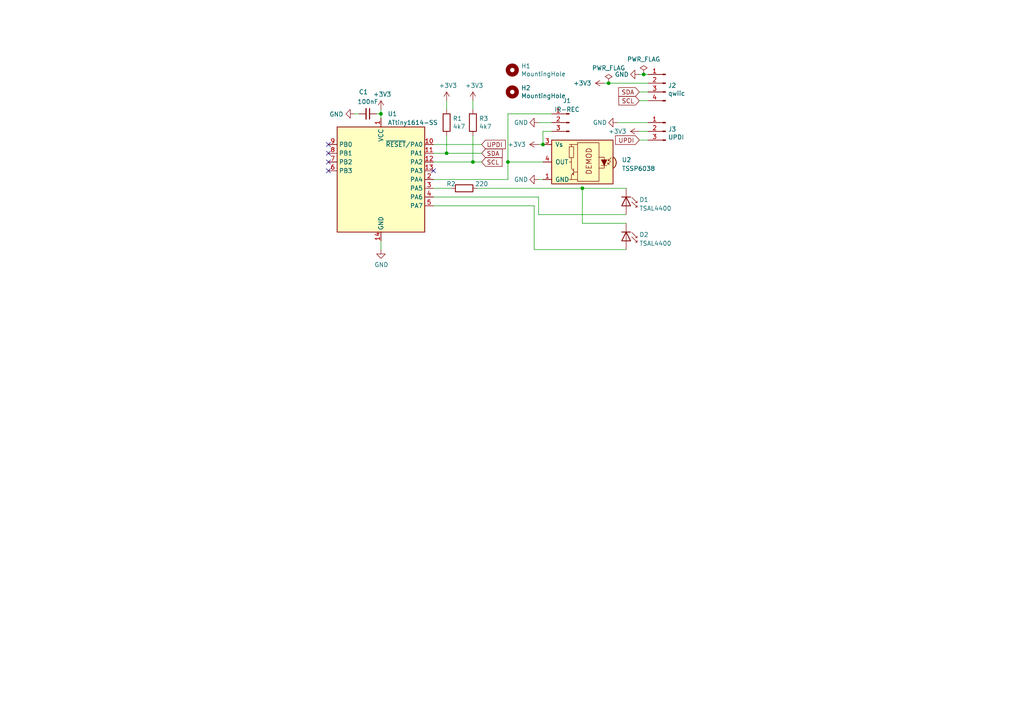
<source format=kicad_sch>
(kicad_sch (version 20230121) (generator eeschema)

  (uuid ff1cffc4-9bfe-429d-a937-598850c99930)

  (paper "A4")

  (lib_symbols
    (symbol "Connector:Conn_01x03_Pin" (pin_names (offset 1.016) hide) (in_bom yes) (on_board yes)
      (property "Reference" "J" (at 0 5.08 0)
        (effects (font (size 1.27 1.27)))
      )
      (property "Value" "Conn_01x03_Pin" (at 0 -5.08 0)
        (effects (font (size 1.27 1.27)))
      )
      (property "Footprint" "" (at 0 0 0)
        (effects (font (size 1.27 1.27)) hide)
      )
      (property "Datasheet" "~" (at 0 0 0)
        (effects (font (size 1.27 1.27)) hide)
      )
      (property "ki_locked" "" (at 0 0 0)
        (effects (font (size 1.27 1.27)))
      )
      (property "ki_keywords" "connector" (at 0 0 0)
        (effects (font (size 1.27 1.27)) hide)
      )
      (property "ki_description" "Generic connector, single row, 01x03, script generated" (at 0 0 0)
        (effects (font (size 1.27 1.27)) hide)
      )
      (property "ki_fp_filters" "Connector*:*_1x??_*" (at 0 0 0)
        (effects (font (size 1.27 1.27)) hide)
      )
      (symbol "Conn_01x03_Pin_1_1"
        (polyline
          (pts
            (xy 1.27 -2.54)
            (xy 0.8636 -2.54)
          )
          (stroke (width 0.1524) (type default))
          (fill (type none))
        )
        (polyline
          (pts
            (xy 1.27 0)
            (xy 0.8636 0)
          )
          (stroke (width 0.1524) (type default))
          (fill (type none))
        )
        (polyline
          (pts
            (xy 1.27 2.54)
            (xy 0.8636 2.54)
          )
          (stroke (width 0.1524) (type default))
          (fill (type none))
        )
        (rectangle (start 0.8636 -2.413) (end 0 -2.667)
          (stroke (width 0.1524) (type default))
          (fill (type outline))
        )
        (rectangle (start 0.8636 0.127) (end 0 -0.127)
          (stroke (width 0.1524) (type default))
          (fill (type outline))
        )
        (rectangle (start 0.8636 2.667) (end 0 2.413)
          (stroke (width 0.1524) (type default))
          (fill (type outline))
        )
        (pin passive line (at 5.08 2.54 180) (length 3.81)
          (name "Pin_1" (effects (font (size 1.27 1.27))))
          (number "1" (effects (font (size 1.27 1.27))))
        )
        (pin passive line (at 5.08 0 180) (length 3.81)
          (name "Pin_2" (effects (font (size 1.27 1.27))))
          (number "2" (effects (font (size 1.27 1.27))))
        )
        (pin passive line (at 5.08 -2.54 180) (length 3.81)
          (name "Pin_3" (effects (font (size 1.27 1.27))))
          (number "3" (effects (font (size 1.27 1.27))))
        )
      )
    )
    (symbol "Device:C_Small" (pin_numbers hide) (pin_names (offset 0.254) hide) (in_bom yes) (on_board yes)
      (property "Reference" "C" (at 0.254 1.778 0)
        (effects (font (size 1.27 1.27)) (justify left))
      )
      (property "Value" "C_Small" (at 0.254 -2.032 0)
        (effects (font (size 1.27 1.27)) (justify left))
      )
      (property "Footprint" "" (at 0 0 0)
        (effects (font (size 1.27 1.27)) hide)
      )
      (property "Datasheet" "~" (at 0 0 0)
        (effects (font (size 1.27 1.27)) hide)
      )
      (property "ki_keywords" "capacitor cap" (at 0 0 0)
        (effects (font (size 1.27 1.27)) hide)
      )
      (property "ki_description" "Unpolarized capacitor, small symbol" (at 0 0 0)
        (effects (font (size 1.27 1.27)) hide)
      )
      (property "ki_fp_filters" "C_*" (at 0 0 0)
        (effects (font (size 1.27 1.27)) hide)
      )
      (symbol "C_Small_0_1"
        (polyline
          (pts
            (xy -1.524 -0.508)
            (xy 1.524 -0.508)
          )
          (stroke (width 0.3302) (type default))
          (fill (type none))
        )
        (polyline
          (pts
            (xy -1.524 0.508)
            (xy 1.524 0.508)
          )
          (stroke (width 0.3048) (type default))
          (fill (type none))
        )
      )
      (symbol "C_Small_1_1"
        (pin passive line (at 0 2.54 270) (length 2.032)
          (name "~" (effects (font (size 1.27 1.27))))
          (number "1" (effects (font (size 1.27 1.27))))
        )
        (pin passive line (at 0 -2.54 90) (length 2.032)
          (name "~" (effects (font (size 1.27 1.27))))
          (number "2" (effects (font (size 1.27 1.27))))
        )
      )
    )
    (symbol "Device:R" (pin_numbers hide) (pin_names (offset 0)) (in_bom yes) (on_board yes)
      (property "Reference" "R" (at 2.032 0 90)
        (effects (font (size 1.27 1.27)))
      )
      (property "Value" "R" (at 0 0 90)
        (effects (font (size 1.27 1.27)))
      )
      (property "Footprint" "" (at -1.778 0 90)
        (effects (font (size 1.27 1.27)) hide)
      )
      (property "Datasheet" "~" (at 0 0 0)
        (effects (font (size 1.27 1.27)) hide)
      )
      (property "ki_keywords" "R res resistor" (at 0 0 0)
        (effects (font (size 1.27 1.27)) hide)
      )
      (property "ki_description" "Resistor" (at 0 0 0)
        (effects (font (size 1.27 1.27)) hide)
      )
      (property "ki_fp_filters" "R_*" (at 0 0 0)
        (effects (font (size 1.27 1.27)) hide)
      )
      (symbol "R_0_1"
        (rectangle (start -1.016 -2.54) (end 1.016 2.54)
          (stroke (width 0.254) (type default))
          (fill (type none))
        )
      )
      (symbol "R_1_1"
        (pin passive line (at 0 3.81 270) (length 1.27)
          (name "~" (effects (font (size 1.27 1.27))))
          (number "1" (effects (font (size 1.27 1.27))))
        )
        (pin passive line (at 0 -3.81 90) (length 1.27)
          (name "~" (effects (font (size 1.27 1.27))))
          (number "2" (effects (font (size 1.27 1.27))))
        )
      )
    )
    (symbol "LED:TSAL4400" (pin_numbers hide) (pin_names (offset 1.016) hide) (in_bom yes) (on_board yes)
      (property "Reference" "D" (at 0.508 1.778 0)
        (effects (font (size 1.27 1.27)) (justify left))
      )
      (property "Value" "TSAL4400" (at -1.016 -2.794 0)
        (effects (font (size 1.27 1.27)))
      )
      (property "Footprint" "LED_THT:LED_D3.0mm_IRBlack" (at 0 4.445 0)
        (effects (font (size 1.27 1.27)) hide)
      )
      (property "Datasheet" "http://www.vishay.com/docs/81006/tsal4400.pdf" (at -1.27 0 0)
        (effects (font (size 1.27 1.27)) hide)
      )
      (property "ki_keywords" "opto IR LED" (at 0 0 0)
        (effects (font (size 1.27 1.27)) hide)
      )
      (property "ki_description" "Infrared LED , 3mm LED package" (at 0 0 0)
        (effects (font (size 1.27 1.27)) hide)
      )
      (property "ki_fp_filters" "LED*3.0mm*IRBlack*" (at 0 0 0)
        (effects (font (size 1.27 1.27)) hide)
      )
      (symbol "TSAL4400_0_1"
        (polyline
          (pts
            (xy -2.54 1.27)
            (xy -2.54 -1.27)
          )
          (stroke (width 0.254) (type default))
          (fill (type none))
        )
        (polyline
          (pts
            (xy 0 0)
            (xy -2.54 0)
          )
          (stroke (width 0) (type default))
          (fill (type none))
        )
        (polyline
          (pts
            (xy 0.381 3.175)
            (xy -0.127 3.175)
          )
          (stroke (width 0) (type default))
          (fill (type none))
        )
        (polyline
          (pts
            (xy -1.143 1.651)
            (xy 0.381 3.175)
            (xy 0.381 2.667)
          )
          (stroke (width 0) (type default))
          (fill (type none))
        )
        (polyline
          (pts
            (xy 0 1.27)
            (xy -2.54 0)
            (xy 0 -1.27)
            (xy 0 1.27)
          )
          (stroke (width 0.254) (type default))
          (fill (type none))
        )
        (polyline
          (pts
            (xy -2.413 1.651)
            (xy -0.889 3.175)
            (xy -0.889 2.667)
            (xy -0.889 3.175)
            (xy -1.397 3.175)
          )
          (stroke (width 0) (type default))
          (fill (type none))
        )
      )
      (symbol "TSAL4400_1_1"
        (pin passive line (at -5.08 0 0) (length 2.54)
          (name "K" (effects (font (size 1.27 1.27))))
          (number "1" (effects (font (size 1.27 1.27))))
        )
        (pin passive line (at 2.54 0 180) (length 2.54)
          (name "A" (effects (font (size 1.27 1.27))))
          (number "2" (effects (font (size 1.27 1.27))))
        )
      )
    )
    (symbol "MCU_Microchip_ATtiny:ATtiny1614-SS" (in_bom yes) (on_board yes)
      (property "Reference" "U" (at -12.7 16.51 0)
        (effects (font (size 1.27 1.27)) (justify left bottom))
      )
      (property "Value" "ATtiny1614-SS" (at 2.54 -16.51 0)
        (effects (font (size 1.27 1.27)) (justify left top))
      )
      (property "Footprint" "Package_SO:SOIC-14_3.9x8.7mm_P1.27mm" (at 0 0 0)
        (effects (font (size 1.27 1.27) italic) hide)
      )
      (property "Datasheet" "http://ww1.microchip.com/downloads/en/DeviceDoc/ATtiny1614-data-sheet-40001995A.pdf" (at 0 0 0)
        (effects (font (size 1.27 1.27)) hide)
      )
      (property "ki_keywords" "AVR 8bit Microcontroller tinyAVR" (at 0 0 0)
        (effects (font (size 1.27 1.27)) hide)
      )
      (property "ki_description" "20MHz, 16kB Flash, 2kB SRAM, 256B EEPROM, SOIC-14" (at 0 0 0)
        (effects (font (size 1.27 1.27)) hide)
      )
      (property "ki_fp_filters" "SOIC*3.9x8.7mm*P1.27mm*" (at 0 0 0)
        (effects (font (size 1.27 1.27)) hide)
      )
      (symbol "ATtiny1614-SS_0_1"
        (rectangle (start -12.7 -15.24) (end 12.7 15.24)
          (stroke (width 0.254) (type default))
          (fill (type background))
        )
      )
      (symbol "ATtiny1614-SS_1_1"
        (pin power_in line (at 0 17.78 270) (length 2.54)
          (name "VCC" (effects (font (size 1.27 1.27))))
          (number "1" (effects (font (size 1.27 1.27))))
        )
        (pin bidirectional line (at 15.24 10.16 180) (length 2.54)
          (name "~{RESET}/PA0" (effects (font (size 1.27 1.27))))
          (number "10" (effects (font (size 1.27 1.27))))
        )
        (pin bidirectional line (at 15.24 7.62 180) (length 2.54)
          (name "PA1" (effects (font (size 1.27 1.27))))
          (number "11" (effects (font (size 1.27 1.27))))
        )
        (pin bidirectional line (at 15.24 5.08 180) (length 2.54)
          (name "PA2" (effects (font (size 1.27 1.27))))
          (number "12" (effects (font (size 1.27 1.27))))
        )
        (pin bidirectional line (at 15.24 2.54 180) (length 2.54)
          (name "PA3" (effects (font (size 1.27 1.27))))
          (number "13" (effects (font (size 1.27 1.27))))
        )
        (pin power_in line (at 0 -17.78 90) (length 2.54)
          (name "GND" (effects (font (size 1.27 1.27))))
          (number "14" (effects (font (size 1.27 1.27))))
        )
        (pin bidirectional line (at 15.24 0 180) (length 2.54)
          (name "PA4" (effects (font (size 1.27 1.27))))
          (number "2" (effects (font (size 1.27 1.27))))
        )
        (pin bidirectional line (at 15.24 -2.54 180) (length 2.54)
          (name "PA5" (effects (font (size 1.27 1.27))))
          (number "3" (effects (font (size 1.27 1.27))))
        )
        (pin bidirectional line (at 15.24 -5.08 180) (length 2.54)
          (name "PA6" (effects (font (size 1.27 1.27))))
          (number "4" (effects (font (size 1.27 1.27))))
        )
        (pin bidirectional line (at 15.24 -7.62 180) (length 2.54)
          (name "PA7" (effects (font (size 1.27 1.27))))
          (number "5" (effects (font (size 1.27 1.27))))
        )
        (pin bidirectional line (at -15.24 2.54 0) (length 2.54)
          (name "PB3" (effects (font (size 1.27 1.27))))
          (number "6" (effects (font (size 1.27 1.27))))
        )
        (pin bidirectional line (at -15.24 5.08 0) (length 2.54)
          (name "PB2" (effects (font (size 1.27 1.27))))
          (number "7" (effects (font (size 1.27 1.27))))
        )
        (pin bidirectional line (at -15.24 7.62 0) (length 2.54)
          (name "PB1" (effects (font (size 1.27 1.27))))
          (number "8" (effects (font (size 1.27 1.27))))
        )
        (pin bidirectional line (at -15.24 10.16 0) (length 2.54)
          (name "PB0" (effects (font (size 1.27 1.27))))
          (number "9" (effects (font (size 1.27 1.27))))
        )
      )
    )
    (symbol "Mechanical:MountingHole" (pin_names (offset 1.016)) (in_bom yes) (on_board yes)
      (property "Reference" "H" (at 0 5.08 0)
        (effects (font (size 1.27 1.27)))
      )
      (property "Value" "MountingHole" (at 0 3.175 0)
        (effects (font (size 1.27 1.27)))
      )
      (property "Footprint" "" (at 0 0 0)
        (effects (font (size 1.27 1.27)) hide)
      )
      (property "Datasheet" "~" (at 0 0 0)
        (effects (font (size 1.27 1.27)) hide)
      )
      (property "ki_keywords" "mounting hole" (at 0 0 0)
        (effects (font (size 1.27 1.27)) hide)
      )
      (property "ki_description" "Mounting Hole without connection" (at 0 0 0)
        (effects (font (size 1.27 1.27)) hide)
      )
      (property "ki_fp_filters" "MountingHole*" (at 0 0 0)
        (effects (font (size 1.27 1.27)) hide)
      )
      (symbol "MountingHole_0_1"
        (circle (center 0 0) (radius 1.27)
          (stroke (width 1.27) (type default))
          (fill (type none))
        )
      )
    )
    (symbol "opto-counter-rescue:+3.3V-power" (power) (pin_names (offset 0)) (in_bom yes) (on_board yes)
      (property "Reference" "#PWR" (at 0 -3.81 0)
        (effects (font (size 1.27 1.27)) hide)
      )
      (property "Value" "+3.3V-power" (at 0 3.556 0)
        (effects (font (size 1.27 1.27)))
      )
      (property "Footprint" "" (at 0 0 0)
        (effects (font (size 1.27 1.27)) hide)
      )
      (property "Datasheet" "" (at 0 0 0)
        (effects (font (size 1.27 1.27)) hide)
      )
      (symbol "+3.3V-power_0_1"
        (polyline
          (pts
            (xy -0.762 1.27)
            (xy 0 2.54)
          )
          (stroke (width 0) (type solid))
          (fill (type none))
        )
        (polyline
          (pts
            (xy 0 0)
            (xy 0 2.54)
          )
          (stroke (width 0) (type solid))
          (fill (type none))
        )
        (polyline
          (pts
            (xy 0 2.54)
            (xy 0.762 1.27)
          )
          (stroke (width 0) (type solid))
          (fill (type none))
        )
      )
      (symbol "+3.3V-power_1_1"
        (pin power_in line (at 0 0 90) (length 0) hide
          (name "+3V3" (effects (font (size 1.27 1.27))))
          (number "1" (effects (font (size 1.27 1.27))))
        )
      )
    )
    (symbol "opto-counter-rescue:Conn_01x03_Male-Connector" (pin_names (offset 1.016) hide) (in_bom yes) (on_board yes)
      (property "Reference" "J" (at 0 5.08 0)
        (effects (font (size 1.27 1.27)))
      )
      (property "Value" "Connector_Conn_01x03_Male" (at 0 -5.08 0)
        (effects (font (size 1.27 1.27)))
      )
      (property "Footprint" "" (at 0 0 0)
        (effects (font (size 1.27 1.27)) hide)
      )
      (property "Datasheet" "" (at 0 0 0)
        (effects (font (size 1.27 1.27)) hide)
      )
      (property "ki_fp_filters" "Connector*:*_1x??_*" (at 0 0 0)
        (effects (font (size 1.27 1.27)) hide)
      )
      (symbol "Conn_01x03_Male-Connector_1_1"
        (polyline
          (pts
            (xy 1.27 -2.54)
            (xy 0.8636 -2.54)
          )
          (stroke (width 0.1524) (type solid))
          (fill (type none))
        )
        (polyline
          (pts
            (xy 1.27 0)
            (xy 0.8636 0)
          )
          (stroke (width 0.1524) (type solid))
          (fill (type none))
        )
        (polyline
          (pts
            (xy 1.27 2.54)
            (xy 0.8636 2.54)
          )
          (stroke (width 0.1524) (type solid))
          (fill (type none))
        )
        (rectangle (start 0.8636 -2.413) (end 0 -2.667)
          (stroke (width 0.1524) (type solid))
          (fill (type outline))
        )
        (rectangle (start 0.8636 0.127) (end 0 -0.127)
          (stroke (width 0.1524) (type solid))
          (fill (type outline))
        )
        (rectangle (start 0.8636 2.667) (end 0 2.413)
          (stroke (width 0.1524) (type solid))
          (fill (type outline))
        )
        (pin passive line (at 5.08 2.54 180) (length 3.81)
          (name "Pin_1" (effects (font (size 1.27 1.27))))
          (number "1" (effects (font (size 1.27 1.27))))
        )
        (pin passive line (at 5.08 0 180) (length 3.81)
          (name "Pin_2" (effects (font (size 1.27 1.27))))
          (number "2" (effects (font (size 1.27 1.27))))
        )
        (pin passive line (at 5.08 -2.54 180) (length 3.81)
          (name "Pin_3" (effects (font (size 1.27 1.27))))
          (number "3" (effects (font (size 1.27 1.27))))
        )
      )
    )
    (symbol "opto-counter-rescue:Conn_01x04_Male-Connector" (pin_names (offset 1.016) hide) (in_bom yes) (on_board yes)
      (property "Reference" "J" (at 0 5.08 0)
        (effects (font (size 1.27 1.27)))
      )
      (property "Value" "Connector_Conn_01x04_Male" (at 0 -7.62 0)
        (effects (font (size 1.27 1.27)))
      )
      (property "Footprint" "" (at 0 0 0)
        (effects (font (size 1.27 1.27)) hide)
      )
      (property "Datasheet" "" (at 0 0 0)
        (effects (font (size 1.27 1.27)) hide)
      )
      (property "ki_fp_filters" "Connector*:*_1x??_*" (at 0 0 0)
        (effects (font (size 1.27 1.27)) hide)
      )
      (symbol "Conn_01x04_Male-Connector_1_1"
        (polyline
          (pts
            (xy 1.27 -5.08)
            (xy 0.8636 -5.08)
          )
          (stroke (width 0.1524) (type solid))
          (fill (type none))
        )
        (polyline
          (pts
            (xy 1.27 -2.54)
            (xy 0.8636 -2.54)
          )
          (stroke (width 0.1524) (type solid))
          (fill (type none))
        )
        (polyline
          (pts
            (xy 1.27 0)
            (xy 0.8636 0)
          )
          (stroke (width 0.1524) (type solid))
          (fill (type none))
        )
        (polyline
          (pts
            (xy 1.27 2.54)
            (xy 0.8636 2.54)
          )
          (stroke (width 0.1524) (type solid))
          (fill (type none))
        )
        (rectangle (start 0.8636 -4.953) (end 0 -5.207)
          (stroke (width 0.1524) (type solid))
          (fill (type outline))
        )
        (rectangle (start 0.8636 -2.413) (end 0 -2.667)
          (stroke (width 0.1524) (type solid))
          (fill (type outline))
        )
        (rectangle (start 0.8636 0.127) (end 0 -0.127)
          (stroke (width 0.1524) (type solid))
          (fill (type outline))
        )
        (rectangle (start 0.8636 2.667) (end 0 2.413)
          (stroke (width 0.1524) (type solid))
          (fill (type outline))
        )
        (pin passive line (at 5.08 2.54 180) (length 3.81)
          (name "Pin_1" (effects (font (size 1.27 1.27))))
          (number "1" (effects (font (size 1.27 1.27))))
        )
        (pin passive line (at 5.08 0 180) (length 3.81)
          (name "Pin_2" (effects (font (size 1.27 1.27))))
          (number "2" (effects (font (size 1.27 1.27))))
        )
        (pin passive line (at 5.08 -2.54 180) (length 3.81)
          (name "Pin_3" (effects (font (size 1.27 1.27))))
          (number "3" (effects (font (size 1.27 1.27))))
        )
        (pin passive line (at 5.08 -5.08 180) (length 3.81)
          (name "Pin_4" (effects (font (size 1.27 1.27))))
          (number "4" (effects (font (size 1.27 1.27))))
        )
      )
    )
    (symbol "opto-counter:TSSP6038" (pin_names (offset 1.016)) (in_bom yes) (on_board yes)
      (property "Reference" "U" (at -10.16 7.62 0)
        (effects (font (size 1.27 1.27)) (justify left))
      )
      (property "Value" "TSSP6038" (at -10.16 -7.62 0)
        (effects (font (size 1.27 1.27)) (justify left))
      )
      (property "Footprint" "opto-counter:TSS60xx" (at -1.27 -9.525 0)
        (effects (font (size 1.27 1.27)) hide)
      )
      (property "Datasheet" "https://www.vishay.com/docs/82483/tssp60.pdf" (at 16.51 7.62 0)
        (effects (font (size 1.27 1.27)) hide)
      )
      (property "ki_keywords" "opto IR receiver" (at 0 0 0)
        (effects (font (size 1.27 1.27)) hide)
      )
      (property "ki_description" "Photo Modules for PCM Remote Control Systems" (at 0 0 0)
        (effects (font (size 1.27 1.27)) hide)
      )
      (property "ki_fp_filters" "Vishay*MINICAST*" (at 0 0 0)
        (effects (font (size 1.27 1.27)) hide)
      )
      (symbol "TSSP6038_0_0"
        (arc (start -10.287 1.397) (mid -11.0899 -0.1852) (end -10.287 -1.778)
          (stroke (width 0.254) (type default))
          (fill (type background))
        )
        (polyline
          (pts
            (xy 1.905 -5.08)
            (xy 0.127 -5.08)
          )
          (stroke (width 0) (type default))
          (fill (type none))
        )
        (polyline
          (pts
            (xy 1.905 5.08)
            (xy 0.127 5.08)
          )
          (stroke (width 0) (type default))
          (fill (type none))
        )
        (text "DEMOD" (at -3.175 0.254 900)
          (effects (font (size 1.524 1.524)))
        )
      )
      (symbol "TSSP6038_0_1"
        (rectangle (start -6.096 5.588) (end 0.127 -5.588)
          (stroke (width 0) (type default))
          (fill (type none))
        )
        (polyline
          (pts
            (xy -8.763 0.381)
            (xy -9.652 1.27)
          )
          (stroke (width 0) (type default))
          (fill (type none))
        )
        (polyline
          (pts
            (xy -8.763 0.381)
            (xy -9.271 0.381)
          )
          (stroke (width 0) (type default))
          (fill (type none))
        )
        (polyline
          (pts
            (xy -8.763 0.381)
            (xy -8.763 0.889)
          )
          (stroke (width 0) (type default))
          (fill (type none))
        )
        (polyline
          (pts
            (xy -8.636 -0.635)
            (xy -9.525 0.254)
          )
          (stroke (width 0) (type default))
          (fill (type none))
        )
        (polyline
          (pts
            (xy -8.636 -0.635)
            (xy -9.144 -0.635)
          )
          (stroke (width 0) (type default))
          (fill (type none))
        )
        (polyline
          (pts
            (xy -8.636 -0.635)
            (xy -8.636 -0.127)
          )
          (stroke (width 0) (type default))
          (fill (type none))
        )
        (polyline
          (pts
            (xy -8.382 -1.016)
            (xy -6.731 -1.016)
          )
          (stroke (width 0) (type default))
          (fill (type none))
        )
        (polyline
          (pts
            (xy 1.27 -2.921)
            (xy 0.127 -2.921)
          )
          (stroke (width 0) (type default))
          (fill (type none))
        )
        (polyline
          (pts
            (xy 1.27 -1.905)
            (xy 1.27 -3.81)
          )
          (stroke (width 0) (type default))
          (fill (type none))
        )
        (polyline
          (pts
            (xy 1.397 -3.556)
            (xy 1.524 -3.556)
          )
          (stroke (width 0) (type default))
          (fill (type none))
        )
        (polyline
          (pts
            (xy 1.651 -3.556)
            (xy 1.524 -3.556)
          )
          (stroke (width 0) (type default))
          (fill (type none))
        )
        (polyline
          (pts
            (xy 1.651 -3.556)
            (xy 1.651 -3.302)
          )
          (stroke (width 0) (type default))
          (fill (type none))
        )
        (polyline
          (pts
            (xy 1.905 0)
            (xy 1.905 1.27)
          )
          (stroke (width 0) (type default))
          (fill (type none))
        )
        (polyline
          (pts
            (xy 1.905 4.445)
            (xy 1.905 5.08)
            (xy 2.54 5.08)
          )
          (stroke (width 0) (type default))
          (fill (type none))
        )
        (polyline
          (pts
            (xy -8.382 0.635)
            (xy -6.731 0.635)
            (xy -7.62 -1.016)
            (xy -8.382 0.635)
          )
          (stroke (width 0) (type default))
          (fill (type outline))
        )
        (polyline
          (pts
            (xy -6.096 1.397)
            (xy -7.62 1.397)
            (xy -7.62 -1.778)
            (xy -6.096 -1.778)
          )
          (stroke (width 0) (type default))
          (fill (type none))
        )
        (polyline
          (pts
            (xy 1.27 -3.175)
            (xy 1.905 -3.81)
            (xy 1.905 -5.08)
            (xy 2.54 -5.08)
          )
          (stroke (width 0) (type default))
          (fill (type none))
        )
        (polyline
          (pts
            (xy 1.27 -2.54)
            (xy 1.905 -1.905)
            (xy 1.905 0)
            (xy 2.54 0)
          )
          (stroke (width 0) (type default))
          (fill (type none))
        )
        (rectangle (start 2.54 1.27) (end 1.27 4.445)
          (stroke (width 0) (type default))
          (fill (type none))
        )
        (rectangle (start 7.62 6.35) (end -10.16 -6.35)
          (stroke (width 0.254) (type default))
          (fill (type background))
        )
      )
      (symbol "TSSP6038_1_1"
        (pin power_in line (at 10.16 -5.08 180) (length 2.54)
          (name "GND" (effects (font (size 1.27 1.27))))
          (number "1" (effects (font (size 1.27 1.27))))
        )
        (pin no_connect line (at 2.54 -7.62 90) (length 1.27) hide
          (name "" (effects (font (size 1.27 1.27))))
          (number "2" (effects (font (size 1.27 1.27))))
        )
        (pin power_in line (at 10.16 5.08 180) (length 2.54)
          (name "Vs" (effects (font (size 1.27 1.27))))
          (number "3" (effects (font (size 1.27 1.27))))
        )
        (pin output line (at 10.16 0 180) (length 2.54)
          (name "OUT" (effects (font (size 1.27 1.27))))
          (number "4" (effects (font (size 1.27 1.27))))
        )
      )
    )
    (symbol "power:GND" (power) (pin_names (offset 0)) (in_bom yes) (on_board yes)
      (property "Reference" "#PWR" (at 0 -6.35 0)
        (effects (font (size 1.27 1.27)) hide)
      )
      (property "Value" "GND" (at 0 -3.81 0)
        (effects (font (size 1.27 1.27)))
      )
      (property "Footprint" "" (at 0 0 0)
        (effects (font (size 1.27 1.27)) hide)
      )
      (property "Datasheet" "" (at 0 0 0)
        (effects (font (size 1.27 1.27)) hide)
      )
      (property "ki_keywords" "global power" (at 0 0 0)
        (effects (font (size 1.27 1.27)) hide)
      )
      (property "ki_description" "Power symbol creates a global label with name \"GND\" , ground" (at 0 0 0)
        (effects (font (size 1.27 1.27)) hide)
      )
      (symbol "GND_0_1"
        (polyline
          (pts
            (xy 0 0)
            (xy 0 -1.27)
            (xy 1.27 -1.27)
            (xy 0 -2.54)
            (xy -1.27 -1.27)
            (xy 0 -1.27)
          )
          (stroke (width 0) (type default))
          (fill (type none))
        )
      )
      (symbol "GND_1_1"
        (pin power_in line (at 0 0 270) (length 0) hide
          (name "GND" (effects (font (size 1.27 1.27))))
          (number "1" (effects (font (size 1.27 1.27))))
        )
      )
    )
    (symbol "power:PWR_FLAG" (power) (pin_numbers hide) (pin_names (offset 0) hide) (in_bom yes) (on_board yes)
      (property "Reference" "#FLG" (at 0 1.905 0)
        (effects (font (size 1.27 1.27)) hide)
      )
      (property "Value" "PWR_FLAG" (at 0 3.81 0)
        (effects (font (size 1.27 1.27)))
      )
      (property "Footprint" "" (at 0 0 0)
        (effects (font (size 1.27 1.27)) hide)
      )
      (property "Datasheet" "~" (at 0 0 0)
        (effects (font (size 1.27 1.27)) hide)
      )
      (property "ki_keywords" "flag power" (at 0 0 0)
        (effects (font (size 1.27 1.27)) hide)
      )
      (property "ki_description" "Special symbol for telling ERC where power comes from" (at 0 0 0)
        (effects (font (size 1.27 1.27)) hide)
      )
      (symbol "PWR_FLAG_0_0"
        (pin power_out line (at 0 0 90) (length 0)
          (name "pwr" (effects (font (size 1.27 1.27))))
          (number "1" (effects (font (size 1.27 1.27))))
        )
      )
      (symbol "PWR_FLAG_0_1"
        (polyline
          (pts
            (xy 0 0)
            (xy 0 1.27)
            (xy -1.016 1.905)
            (xy 0 2.54)
            (xy 1.016 1.905)
            (xy 0 1.27)
          )
          (stroke (width 0) (type default))
          (fill (type none))
        )
      )
    )
  )


  (junction (at 157.48 41.91) (diameter 0) (color 0 0 0 0)
    (uuid 08289596-7750-4170-9812-c983986fe333)
  )
  (junction (at 176.53 24.13) (diameter 0) (color 0 0 0 0)
    (uuid 0e03bb88-c855-455f-869c-67ca1cee0f61)
  )
  (junction (at 186.69 21.59) (diameter 0) (color 0 0 0 0)
    (uuid 29c3e879-e99f-4086-9a91-96d5ce1625d4)
  )
  (junction (at 137.16 46.99) (diameter 0) (color 0 0 0 0)
    (uuid 2f97e247-e951-4a71-be51-ba613f5cba57)
  )
  (junction (at 147.32 46.99) (diameter 0) (color 0 0 0 0)
    (uuid 94eb98fe-4ad8-4446-91a5-6d28e7b2dc7e)
  )
  (junction (at 129.54 44.45) (diameter 0) (color 0 0 0 0)
    (uuid e3f357ee-ce6b-4fe2-a18c-76b93ce6c4d5)
  )
  (junction (at 110.49 33.02) (diameter 0) (color 0 0 0 0)
    (uuid eff4569d-3eac-472c-b7b2-440a7547f5e7)
  )
  (junction (at 168.91 54.61) (diameter 0) (color 0 0 0 0)
    (uuid fa26118e-c6e7-48fe-8983-dee974d48c0a)
  )

  (no_connect (at 95.25 49.53) (uuid 0f0d0653-9cbd-4a04-8889-019f8afb2774))
  (no_connect (at 95.25 46.99) (uuid 82ed0486-296f-4a50-864d-6c7983a1d3fb))
  (no_connect (at 95.25 41.91) (uuid dc7b2f86-e531-417d-8b28-def3ba1468da))
  (no_connect (at 125.73 49.53) (uuid f45053cd-2867-4127-916c-3f5b841eb6ba))
  (no_connect (at 95.25 44.45) (uuid fb673585-cf98-418d-a569-d7acb08f0387))

  (wire (pts (xy 179.07 35.56) (xy 187.96 35.56))
    (stroke (width 0) (type default))
    (uuid 02155547-b967-4fd6-82fe-2f9c9d4abc44)
  )
  (wire (pts (xy 160.02 38.1) (xy 157.48 38.1))
    (stroke (width 0) (type default))
    (uuid 0ca26b68-edf0-4011-94fc-8c363fbf4b49)
  )
  (wire (pts (xy 181.61 64.77) (xy 168.91 64.77))
    (stroke (width 0) (type default))
    (uuid 135b4da0-59ea-4d7e-ad66-181c58c2fc6b)
  )
  (wire (pts (xy 176.53 24.13) (xy 187.96 24.13))
    (stroke (width 0) (type default))
    (uuid 135f9fd1-0e19-4beb-8630-9b89c4a24e7f)
  )
  (wire (pts (xy 129.54 44.45) (xy 125.73 44.45))
    (stroke (width 0) (type default))
    (uuid 23d218b6-a452-4893-b03c-f3886af51756)
  )
  (wire (pts (xy 147.32 46.99) (xy 157.48 46.99))
    (stroke (width 0) (type default))
    (uuid 2ac3258f-2323-477e-8dc8-dc73074ff896)
  )
  (wire (pts (xy 125.73 59.69) (xy 154.94 59.69))
    (stroke (width 0) (type default))
    (uuid 32518b9a-5e3e-48fe-8cc7-7b729d7bac71)
  )
  (wire (pts (xy 156.21 41.91) (xy 157.48 41.91))
    (stroke (width 0) (type default))
    (uuid 42614260-47c1-470e-9ca6-e4cfd94fca57)
  )
  (wire (pts (xy 129.54 44.45) (xy 139.7 44.45))
    (stroke (width 0) (type default))
    (uuid 453c0c97-ab9e-4c31-9ed1-66d4841b478c)
  )
  (wire (pts (xy 110.49 72.39) (xy 110.49 69.85))
    (stroke (width 0) (type default))
    (uuid 49abaf1b-bc60-432d-b045-2d6b37f7cbea)
  )
  (wire (pts (xy 137.16 46.99) (xy 125.73 46.99))
    (stroke (width 0) (type default))
    (uuid 503f9aae-6ae1-4489-b6c6-7d8096356562)
  )
  (wire (pts (xy 157.48 38.1) (xy 157.48 41.91))
    (stroke (width 0) (type default))
    (uuid 550fefd3-246c-414b-823f-fc4cdac59ffb)
  )
  (wire (pts (xy 129.54 39.37) (xy 129.54 44.45))
    (stroke (width 0) (type default))
    (uuid 567008ad-0eed-4868-b552-6818127c94cd)
  )
  (wire (pts (xy 125.73 57.15) (xy 156.21 57.15))
    (stroke (width 0) (type default))
    (uuid 5dc20da4-a959-49ef-99af-78c7bea67791)
  )
  (wire (pts (xy 185.42 21.59) (xy 186.69 21.59))
    (stroke (width 0) (type default))
    (uuid 6061f182-ea93-4387-8673-91af7e9e782d)
  )
  (wire (pts (xy 156.21 52.07) (xy 157.48 52.07))
    (stroke (width 0) (type default))
    (uuid 612129b8-69bb-48f5-95fd-f042a385b762)
  )
  (wire (pts (xy 154.94 72.39) (xy 181.61 72.39))
    (stroke (width 0) (type default))
    (uuid 64282ef1-dac1-4cbb-910f-25b660b37484)
  )
  (wire (pts (xy 147.32 52.07) (xy 147.32 46.99))
    (stroke (width 0) (type default))
    (uuid 695e1cc8-ee59-40a3-afd3-ae87aab836fc)
  )
  (wire (pts (xy 138.43 54.61) (xy 168.91 54.61))
    (stroke (width 0) (type default))
    (uuid 69ebd8bc-81fa-4298-9bfd-5033ed44c4be)
  )
  (wire (pts (xy 186.69 21.59) (xy 187.96 21.59))
    (stroke (width 0) (type default))
    (uuid 69ff1edc-09ba-41ab-9581-3e5f50886b93)
  )
  (wire (pts (xy 185.42 26.67) (xy 187.96 26.67))
    (stroke (width 0) (type default))
    (uuid 6ca55c9a-e9b1-4245-a041-f5f802311190)
  )
  (wire (pts (xy 102.87 33.02) (xy 104.14 33.02))
    (stroke (width 0) (type default))
    (uuid 75bddbef-9eec-4410-bbf5-6359e24f5fad)
  )
  (wire (pts (xy 137.16 29.21) (xy 137.16 31.75))
    (stroke (width 0) (type default))
    (uuid 7860ccd4-63ea-4219-89bc-fc6eabd506f2)
  )
  (wire (pts (xy 168.91 54.61) (xy 168.91 64.77))
    (stroke (width 0) (type default))
    (uuid 7eb0eed7-d1f7-4e1d-abaf-5a2e35a4194a)
  )
  (wire (pts (xy 175.26 24.13) (xy 176.53 24.13))
    (stroke (width 0) (type default))
    (uuid 7f3bead9-61d5-43e0-b7c5-5453643a51e2)
  )
  (wire (pts (xy 156.21 62.23) (xy 156.21 57.15))
    (stroke (width 0) (type default))
    (uuid 81b15d15-16ad-4fe3-aedf-047a41b0c699)
  )
  (wire (pts (xy 147.32 33.02) (xy 147.32 46.99))
    (stroke (width 0) (type default))
    (uuid 858c5f0b-9162-453f-9e1d-27390eeb64f2)
  )
  (wire (pts (xy 168.91 54.61) (xy 181.61 54.61))
    (stroke (width 0) (type default))
    (uuid 8cf8e50d-4f0e-441c-941d-46bb6df108ca)
  )
  (wire (pts (xy 137.16 39.37) (xy 137.16 46.99))
    (stroke (width 0) (type default))
    (uuid 9c557c01-abe7-4b0d-b5c8-7b88586a87a3)
  )
  (wire (pts (xy 130.81 54.61) (xy 125.73 54.61))
    (stroke (width 0) (type default))
    (uuid a2aa7c6b-d98f-4092-87a7-ff8f589c651a)
  )
  (wire (pts (xy 129.54 29.21) (xy 129.54 31.75))
    (stroke (width 0) (type default))
    (uuid ae9c0e20-3e86-4f95-a95e-fc64ce0430f7)
  )
  (wire (pts (xy 139.7 46.99) (xy 137.16 46.99))
    (stroke (width 0) (type default))
    (uuid b2054365-1e6a-4296-ae0f-76e77a44124d)
  )
  (wire (pts (xy 110.49 33.02) (xy 110.49 34.29))
    (stroke (width 0) (type default))
    (uuid b3d80891-4fa5-490f-bc33-cf46d19cb2b4)
  )
  (wire (pts (xy 185.42 38.1) (xy 187.96 38.1))
    (stroke (width 0) (type default))
    (uuid b63d0d0c-215a-4ff2-97d5-55d2a53adbbd)
  )
  (wire (pts (xy 110.49 31.75) (xy 110.49 33.02))
    (stroke (width 0) (type default))
    (uuid bafc48bc-6f52-469f-b760-c9b98f80d6d4)
  )
  (wire (pts (xy 125.73 52.07) (xy 147.32 52.07))
    (stroke (width 0) (type default))
    (uuid c24d28d8-9ebb-45dd-821a-f27cfdb8c679)
  )
  (wire (pts (xy 156.21 35.56) (xy 160.02 35.56))
    (stroke (width 0) (type default))
    (uuid c4502ad6-08b8-4aa0-9221-e6a41e0acce6)
  )
  (wire (pts (xy 187.96 29.21) (xy 185.42 29.21))
    (stroke (width 0) (type default))
    (uuid c994bf59-8fed-4d89-b62e-43551cdd5f77)
  )
  (wire (pts (xy 160.02 33.02) (xy 147.32 33.02))
    (stroke (width 0) (type default))
    (uuid d546621c-6fc8-469d-8e47-cc2e91c6fc15)
  )
  (wire (pts (xy 181.61 62.23) (xy 156.21 62.23))
    (stroke (width 0) (type default))
    (uuid e3996851-6f09-4ff1-b568-330af5c755e4)
  )
  (wire (pts (xy 139.7 41.91) (xy 125.73 41.91))
    (stroke (width 0) (type default))
    (uuid f1490323-c3d1-44b3-a3ee-865a19926c93)
  )
  (wire (pts (xy 109.22 33.02) (xy 110.49 33.02))
    (stroke (width 0) (type default))
    (uuid f490e3f7-f235-47ad-9da2-3a85c42028a1)
  )
  (wire (pts (xy 154.94 59.69) (xy 154.94 72.39))
    (stroke (width 0) (type default))
    (uuid f86c4fb8-aebf-4a7c-882b-d9c9c030f8d8)
  )
  (wire (pts (xy 185.42 40.64) (xy 187.96 40.64))
    (stroke (width 0) (type default))
    (uuid fb1098e0-43a5-409f-a1dd-fb60c5de53f3)
  )

  (global_label "SCL" (shape input) (at 185.42 29.21 180)
    (effects (font (size 1.27 1.27)) (justify right))
    (uuid 053d9b2a-013f-4ddc-ad95-bc6042bb1327)
    (property "Intersheetrefs" "${INTERSHEET_REFS}" (at 185.42 29.21 0)
      (effects (font (size 1.27 1.27)) hide)
    )
  )
  (global_label "SDA" (shape input) (at 185.42 26.67 180)
    (effects (font (size 1.27 1.27)) (justify right))
    (uuid 4d06dd5d-aa93-48cb-8560-6ecaabdeabdb)
    (property "Intersheetrefs" "${INTERSHEET_REFS}" (at 185.42 26.67 0)
      (effects (font (size 1.27 1.27)) hide)
    )
  )
  (global_label "UPDI" (shape input) (at 185.42 40.64 180)
    (effects (font (size 1.27 1.27)) (justify right))
    (uuid a7c06a36-8451-4907-82b6-7aa487b03f35)
    (property "Intersheetrefs" "${INTERSHEET_REFS}" (at 185.42 40.64 0)
      (effects (font (size 1.27 1.27)) hide)
    )
  )
  (global_label "SDA" (shape input) (at 139.7 44.45 0)
    (effects (font (size 1.27 1.27)) (justify left))
    (uuid ceb842c0-adbd-406d-9dc1-185b6e2245a5)
    (property "Intersheetrefs" "${INTERSHEET_REFS}" (at 139.7 44.45 0)
      (effects (font (size 1.27 1.27)) hide)
    )
  )
  (global_label "UPDI" (shape input) (at 139.7 41.91 0)
    (effects (font (size 1.27 1.27)) (justify left))
    (uuid f22bc5c3-4cc3-4b61-acaa-dde8bbc69807)
    (property "Intersheetrefs" "${INTERSHEET_REFS}" (at 139.7 41.91 0)
      (effects (font (size 1.27 1.27)) hide)
    )
  )
  (global_label "SCL" (shape input) (at 139.7 46.99 0)
    (effects (font (size 1.27 1.27)) (justify left))
    (uuid fca01336-8bc4-413d-b32f-3e4bb29119e7)
    (property "Intersheetrefs" "${INTERSHEET_REFS}" (at 139.7 46.99 0)
      (effects (font (size 1.27 1.27)) hide)
    )
  )

  (symbol (lib_id "opto-counter-rescue:Conn_01x04_Male-Connector") (at 193.04 24.13 0) (mirror y) (unit 1)
    (in_bom yes) (on_board yes) (dnp no)
    (uuid 00000000-0000-0000-0000-00005f27de6c)
    (property "Reference" "J2" (at 193.7512 24.7904 0)
      (effects (font (size 1.27 1.27)) (justify right))
    )
    (property "Value" "qwiic" (at 193.7512 27.1018 0)
      (effects (font (size 1.27 1.27)) (justify right))
    )
    (property "Footprint" "Connector_JST:JST_XH_S4B-XH-A_1x04_P2.50mm_Horizontal" (at 193.04 24.13 0)
      (effects (font (size 1.27 1.27)) hide)
    )
    (property "Datasheet" "~" (at 193.04 24.13 0)
      (effects (font (size 1.27 1.27)) hide)
    )
    (pin "1" (uuid af59f87b-7504-4441-a316-4c2892505cee))
    (pin "2" (uuid 2e4b64bf-b0ba-4510-a422-d7e4b410372d))
    (pin "3" (uuid ebb35355-614d-444a-9a17-fc631ab7624c))
    (pin "4" (uuid a61990e2-0ace-4fb3-8c5c-4e4e114aaeb9))
    (instances
      (project "opto-counter"
        (path "/ff1cffc4-9bfe-429d-a937-598850c99930"
          (reference "J2") (unit 1)
        )
      )
    )
  )

  (symbol (lib_id "opto-counter-rescue:+3.3V-power") (at 175.26 24.13 90) (unit 1)
    (in_bom yes) (on_board yes) (dnp no)
    (uuid 00000000-0000-0000-0000-00005f27f5c6)
    (property "Reference" "#PWR0101" (at 179.07 24.13 0)
      (effects (font (size 1.27 1.27)) hide)
    )
    (property "Value" "+3.3V" (at 168.91 24.13 90)
      (effects (font (size 1.27 1.27)))
    )
    (property "Footprint" "" (at 175.26 24.13 0)
      (effects (font (size 1.27 1.27)) hide)
    )
    (property "Datasheet" "" (at 175.26 24.13 0)
      (effects (font (size 1.27 1.27)) hide)
    )
    (pin "1" (uuid d0980b05-994a-4e19-921b-e32627b70e69))
    (instances
      (project "opto-counter"
        (path "/ff1cffc4-9bfe-429d-a937-598850c99930"
          (reference "#PWR0101") (unit 1)
        )
      )
    )
  )

  (symbol (lib_id "power:GND") (at 185.42 21.59 270) (unit 1)
    (in_bom yes) (on_board yes) (dnp no)
    (uuid 00000000-0000-0000-0000-00005f280936)
    (property "Reference" "#PWR0102" (at 179.07 21.59 0)
      (effects (font (size 1.27 1.27)) hide)
    )
    (property "Value" "GND" (at 180.34 21.59 90)
      (effects (font (size 1.27 1.27)))
    )
    (property "Footprint" "" (at 185.42 21.59 0)
      (effects (font (size 1.27 1.27)) hide)
    )
    (property "Datasheet" "" (at 185.42 21.59 0)
      (effects (font (size 1.27 1.27)) hide)
    )
    (pin "1" (uuid 821754b8-e395-47e4-b5f1-3e231b412b8a))
    (instances
      (project "opto-counter"
        (path "/ff1cffc4-9bfe-429d-a937-598850c99930"
          (reference "#PWR0102") (unit 1)
        )
      )
    )
  )

  (symbol (lib_id "opto-counter-rescue:+3.3V-power") (at 185.42 38.1 90) (unit 1)
    (in_bom yes) (on_board yes) (dnp no)
    (uuid 00000000-0000-0000-0000-00005f28bd3b)
    (property "Reference" "#PWR0103" (at 189.23 38.1 0)
      (effects (font (size 1.27 1.27)) hide)
    )
    (property "Value" "+3.3V" (at 179.07 38.1 90)
      (effects (font (size 1.27 1.27)))
    )
    (property "Footprint" "" (at 185.42 38.1 0)
      (effects (font (size 1.27 1.27)) hide)
    )
    (property "Datasheet" "" (at 185.42 38.1 0)
      (effects (font (size 1.27 1.27)) hide)
    )
    (pin "1" (uuid 4062ccae-5147-48cf-a286-c8865d686b9f))
    (instances
      (project "opto-counter"
        (path "/ff1cffc4-9bfe-429d-a937-598850c99930"
          (reference "#PWR0103") (unit 1)
        )
      )
    )
  )

  (symbol (lib_id "power:GND") (at 179.07 35.56 270) (unit 1)
    (in_bom yes) (on_board yes) (dnp no)
    (uuid 00000000-0000-0000-0000-00005f28bd42)
    (property "Reference" "#PWR0104" (at 172.72 35.56 0)
      (effects (font (size 1.27 1.27)) hide)
    )
    (property "Value" "GND" (at 173.99 35.56 90)
      (effects (font (size 1.27 1.27)))
    )
    (property "Footprint" "" (at 179.07 35.56 0)
      (effects (font (size 1.27 1.27)) hide)
    )
    (property "Datasheet" "" (at 179.07 35.56 0)
      (effects (font (size 1.27 1.27)) hide)
    )
    (pin "1" (uuid 615d49d9-8cb6-4f5a-85ae-24dc148e0711))
    (instances
      (project "opto-counter"
        (path "/ff1cffc4-9bfe-429d-a937-598850c99930"
          (reference "#PWR0104") (unit 1)
        )
      )
    )
  )

  (symbol (lib_id "opto-counter-rescue:Conn_01x03_Male-Connector") (at 193.04 38.1 0) (mirror y) (unit 1)
    (in_bom yes) (on_board yes) (dnp no)
    (uuid 00000000-0000-0000-0000-00005f28d746)
    (property "Reference" "J3" (at 193.7512 37.4904 0)
      (effects (font (size 1.27 1.27)) (justify right))
    )
    (property "Value" "UPDI" (at 193.7512 39.8018 0)
      (effects (font (size 1.27 1.27)) (justify right))
    )
    (property "Footprint" "Connector_JST:JST_XH_S3B-XH-A_1x03_P2.50mm_Horizontal" (at 193.04 38.1 0)
      (effects (font (size 1.27 1.27)) hide)
    )
    (property "Datasheet" "~" (at 193.04 38.1 0)
      (effects (font (size 1.27 1.27)) hide)
    )
    (pin "1" (uuid 6f9806d6-b653-442d-994c-8485370c4431))
    (pin "2" (uuid 76741a05-c640-4d81-a236-0f1ff000473c))
    (pin "3" (uuid 2e818a9d-8e92-4ed3-8a5c-81578e54806a))
    (instances
      (project "opto-counter"
        (path "/ff1cffc4-9bfe-429d-a937-598850c99930"
          (reference "J3") (unit 1)
        )
      )
    )
  )

  (symbol (lib_id "Device:R") (at 129.54 35.56 0) (unit 1)
    (in_bom yes) (on_board yes) (dnp no)
    (uuid 00000000-0000-0000-0000-00005f2a3740)
    (property "Reference" "R1" (at 131.318 34.3916 0)
      (effects (font (size 1.27 1.27)) (justify left))
    )
    (property "Value" "4k7" (at 131.318 36.703 0)
      (effects (font (size 1.27 1.27)) (justify left))
    )
    (property "Footprint" "Resistor_SMD:R_1206_3216Metric_Pad1.30x1.75mm_HandSolder" (at 127.762 35.56 90)
      (effects (font (size 1.27 1.27)) hide)
    )
    (property "Datasheet" "~" (at 129.54 35.56 0)
      (effects (font (size 1.27 1.27)) hide)
    )
    (property "Mfg" "CRCW12064K70FKEBC" (at 129.54 35.56 0)
      (effects (font (size 1.27 1.27)) hide)
    )
    (pin "1" (uuid 8eb5ddba-189c-4e93-94ee-d915186f0e6a))
    (pin "2" (uuid 9dcb770b-8a9d-4615-ab35-711951116962))
    (instances
      (project "opto-counter"
        (path "/ff1cffc4-9bfe-429d-a937-598850c99930"
          (reference "R1") (unit 1)
        )
      )
    )
  )

  (symbol (lib_id "Device:R") (at 137.16 35.56 0) (unit 1)
    (in_bom yes) (on_board yes) (dnp no)
    (uuid 00000000-0000-0000-0000-00005f2a3746)
    (property "Reference" "R3" (at 138.938 34.3916 0)
      (effects (font (size 1.27 1.27)) (justify left))
    )
    (property "Value" "4k7" (at 138.938 36.703 0)
      (effects (font (size 1.27 1.27)) (justify left))
    )
    (property "Footprint" "Resistor_SMD:R_1206_3216Metric_Pad1.30x1.75mm_HandSolder" (at 135.382 35.56 90)
      (effects (font (size 1.27 1.27)) hide)
    )
    (property "Datasheet" "~" (at 137.16 35.56 0)
      (effects (font (size 1.27 1.27)) hide)
    )
    (property "Mfg" "CRCW12064K70FKEBC" (at 137.16 35.56 0)
      (effects (font (size 1.27 1.27)) hide)
    )
    (pin "1" (uuid 2bf5961b-e9f6-41fe-a8bb-8cbb2981f021))
    (pin "2" (uuid cac49adb-bd86-4baf-8701-7369fbcf61b4))
    (instances
      (project "opto-counter"
        (path "/ff1cffc4-9bfe-429d-a937-598850c99930"
          (reference "R3") (unit 1)
        )
      )
    )
  )

  (symbol (lib_id "opto-counter-rescue:+3.3V-power") (at 129.54 29.21 0) (unit 1)
    (in_bom yes) (on_board yes) (dnp no)
    (uuid 00000000-0000-0000-0000-00005f2a374f)
    (property "Reference" "#PWR0105" (at 129.54 33.02 0)
      (effects (font (size 1.27 1.27)) hide)
    )
    (property "Value" "+3.3V" (at 129.921 24.8158 0)
      (effects (font (size 1.27 1.27)))
    )
    (property "Footprint" "" (at 129.54 29.21 0)
      (effects (font (size 1.27 1.27)) hide)
    )
    (property "Datasheet" "" (at 129.54 29.21 0)
      (effects (font (size 1.27 1.27)) hide)
    )
    (pin "1" (uuid 465a5c06-bb12-45db-a6f8-7c8e017ec90c))
    (instances
      (project "opto-counter"
        (path "/ff1cffc4-9bfe-429d-a937-598850c99930"
          (reference "#PWR0105") (unit 1)
        )
      )
    )
  )

  (symbol (lib_id "opto-counter-rescue:+3.3V-power") (at 137.16 29.21 0) (unit 1)
    (in_bom yes) (on_board yes) (dnp no)
    (uuid 00000000-0000-0000-0000-00005f2a3756)
    (property "Reference" "#PWR0106" (at 137.16 33.02 0)
      (effects (font (size 1.27 1.27)) hide)
    )
    (property "Value" "+3.3V" (at 137.541 24.8158 0)
      (effects (font (size 1.27 1.27)))
    )
    (property "Footprint" "" (at 137.16 29.21 0)
      (effects (font (size 1.27 1.27)) hide)
    )
    (property "Datasheet" "" (at 137.16 29.21 0)
      (effects (font (size 1.27 1.27)) hide)
    )
    (pin "1" (uuid ec158629-a9aa-4df5-8be5-a1179e0c8b12))
    (instances
      (project "opto-counter"
        (path "/ff1cffc4-9bfe-429d-a937-598850c99930"
          (reference "#PWR0106") (unit 1)
        )
      )
    )
  )

  (symbol (lib_id "Device:R") (at 134.62 54.61 270) (unit 1)
    (in_bom yes) (on_board yes) (dnp no)
    (uuid 00000000-0000-0000-0000-00005f2ab03a)
    (property "Reference" "R2" (at 130.81 53.34 90)
      (effects (font (size 1.27 1.27)))
    )
    (property "Value" "220" (at 139.7 53.34 90)
      (effects (font (size 1.27 1.27)))
    )
    (property "Footprint" "Resistor_SMD:R_1206_3216Metric_Pad1.30x1.75mm_HandSolder" (at 134.62 52.832 90)
      (effects (font (size 1.27 1.27)) hide)
    )
    (property "Datasheet" "~" (at 134.62 54.61 0)
      (effects (font (size 1.27 1.27)) hide)
    )
    (property "Mfg" "CRCW1206330RFKEAC" (at 134.62 54.61 90)
      (effects (font (size 1.27 1.27)) hide)
    )
    (pin "1" (uuid ca45bd49-919d-4260-a62a-494f88d48bdc))
    (pin "2" (uuid bd960121-d68a-401b-973d-20f02bb76a5f))
    (instances
      (project "opto-counter"
        (path "/ff1cffc4-9bfe-429d-a937-598850c99930"
          (reference "R2") (unit 1)
        )
      )
    )
  )

  (symbol (lib_id "power:PWR_FLAG") (at 186.69 21.59 0) (unit 1)
    (in_bom yes) (on_board yes) (dnp no)
    (uuid 00000000-0000-0000-0000-00005f2b1d43)
    (property "Reference" "#FLG0101" (at 186.69 19.685 0)
      (effects (font (size 1.27 1.27)) hide)
    )
    (property "Value" "PWR_FLAG" (at 186.69 17.1958 0)
      (effects (font (size 1.27 1.27)))
    )
    (property "Footprint" "" (at 186.69 21.59 0)
      (effects (font (size 1.27 1.27)) hide)
    )
    (property "Datasheet" "~" (at 186.69 21.59 0)
      (effects (font (size 1.27 1.27)) hide)
    )
    (pin "1" (uuid d76d40fd-39e5-46cc-94d2-3f77ea4245c0))
    (instances
      (project "opto-counter"
        (path "/ff1cffc4-9bfe-429d-a937-598850c99930"
          (reference "#FLG0101") (unit 1)
        )
      )
    )
  )

  (symbol (lib_id "power:PWR_FLAG") (at 176.53 24.13 0) (unit 1)
    (in_bom yes) (on_board yes) (dnp no)
    (uuid 00000000-0000-0000-0000-00005f2b6eb0)
    (property "Reference" "#FLG0102" (at 176.53 22.225 0)
      (effects (font (size 1.27 1.27)) hide)
    )
    (property "Value" "PWR_FLAG" (at 176.53 19.7358 0)
      (effects (font (size 1.27 1.27)))
    )
    (property "Footprint" "" (at 176.53 24.13 0)
      (effects (font (size 1.27 1.27)) hide)
    )
    (property "Datasheet" "~" (at 176.53 24.13 0)
      (effects (font (size 1.27 1.27)) hide)
    )
    (pin "1" (uuid 014a98a4-a741-4408-885d-d0a8c6634ad5))
    (instances
      (project "opto-counter"
        (path "/ff1cffc4-9bfe-429d-a937-598850c99930"
          (reference "#FLG0102") (unit 1)
        )
      )
    )
  )

  (symbol (lib_id "opto-counter-rescue:+3.3V-power") (at 110.49 31.75 0) (unit 1)
    (in_bom yes) (on_board yes) (dnp no)
    (uuid 00000000-0000-0000-0000-00005f2b7679)
    (property "Reference" "#PWR0107" (at 110.49 35.56 0)
      (effects (font (size 1.27 1.27)) hide)
    )
    (property "Value" "+3.3V" (at 110.871 27.3558 0)
      (effects (font (size 1.27 1.27)))
    )
    (property "Footprint" "" (at 110.49 31.75 0)
      (effects (font (size 1.27 1.27)) hide)
    )
    (property "Datasheet" "" (at 110.49 31.75 0)
      (effects (font (size 1.27 1.27)) hide)
    )
    (pin "1" (uuid 5ef08a7d-96eb-483b-b11f-8b2cc4f4281d))
    (instances
      (project "opto-counter"
        (path "/ff1cffc4-9bfe-429d-a937-598850c99930"
          (reference "#PWR0107") (unit 1)
        )
      )
    )
  )

  (symbol (lib_id "power:GND") (at 110.49 72.39 0) (unit 1)
    (in_bom yes) (on_board yes) (dnp no)
    (uuid 00000000-0000-0000-0000-00005f2bb440)
    (property "Reference" "#PWR0108" (at 110.49 78.74 0)
      (effects (font (size 1.27 1.27)) hide)
    )
    (property "Value" "GND" (at 110.617 76.7842 0)
      (effects (font (size 1.27 1.27)))
    )
    (property "Footprint" "" (at 110.49 72.39 0)
      (effects (font (size 1.27 1.27)) hide)
    )
    (property "Datasheet" "" (at 110.49 72.39 0)
      (effects (font (size 1.27 1.27)) hide)
    )
    (pin "1" (uuid 931afce9-841a-4824-9566-101d24f2df53))
    (instances
      (project "opto-counter"
        (path "/ff1cffc4-9bfe-429d-a937-598850c99930"
          (reference "#PWR0108") (unit 1)
        )
      )
    )
  )

  (symbol (lib_id "opto-counter-rescue:+3.3V-power") (at 156.21 41.91 90) (unit 1)
    (in_bom yes) (on_board yes) (dnp no)
    (uuid 00000000-0000-0000-0000-00005f2bb962)
    (property "Reference" "#PWR0109" (at 160.02 41.91 0)
      (effects (font (size 1.27 1.27)) hide)
    )
    (property "Value" "+3.3V" (at 149.86 41.91 90)
      (effects (font (size 1.27 1.27)))
    )
    (property "Footprint" "" (at 156.21 41.91 0)
      (effects (font (size 1.27 1.27)) hide)
    )
    (property "Datasheet" "" (at 156.21 41.91 0)
      (effects (font (size 1.27 1.27)) hide)
    )
    (pin "1" (uuid 41fcd953-f202-457d-b2be-d61c0d027620))
    (instances
      (project "opto-counter"
        (path "/ff1cffc4-9bfe-429d-a937-598850c99930"
          (reference "#PWR0109") (unit 1)
        )
      )
    )
  )

  (symbol (lib_id "power:GND") (at 156.21 52.07 270) (unit 1)
    (in_bom yes) (on_board yes) (dnp no)
    (uuid 00000000-0000-0000-0000-00005f2bb969)
    (property "Reference" "#PWR0110" (at 149.86 52.07 0)
      (effects (font (size 1.27 1.27)) hide)
    )
    (property "Value" "GND" (at 151.13 52.07 90)
      (effects (font (size 1.27 1.27)))
    )
    (property "Footprint" "" (at 156.21 52.07 0)
      (effects (font (size 1.27 1.27)) hide)
    )
    (property "Datasheet" "" (at 156.21 52.07 0)
      (effects (font (size 1.27 1.27)) hide)
    )
    (pin "1" (uuid c1f6a974-b632-4a80-9e56-2dcee3f838d3))
    (instances
      (project "opto-counter"
        (path "/ff1cffc4-9bfe-429d-a937-598850c99930"
          (reference "#PWR0110") (unit 1)
        )
      )
    )
  )

  (symbol (lib_id "Device:C_Small") (at 106.68 33.02 270) (unit 1)
    (in_bom yes) (on_board yes) (dnp no)
    (uuid 00000000-0000-0000-0000-00005f2ea416)
    (property "Reference" "C1" (at 105.41 26.67 90)
      (effects (font (size 1.27 1.27)))
    )
    (property "Value" "100nF" (at 106.68 29.5148 90)
      (effects (font (size 1.27 1.27)))
    )
    (property "Footprint" "Capacitor_SMD:C_1206_3216Metric_Pad1.33x1.80mm_HandSolder" (at 106.68 33.02 0)
      (effects (font (size 1.27 1.27)) hide)
    )
    (property "Datasheet" "~" (at 106.68 33.02 0)
      (effects (font (size 1.27 1.27)) hide)
    )
    (property "Mfg" "293D104X9035A2TE3" (at 106.68 33.02 90)
      (effects (font (size 1.27 1.27)) hide)
    )
    (pin "1" (uuid 7365355e-8d67-441e-897a-9d9ab08c1119))
    (pin "2" (uuid 9f78fc99-a1b2-4ebb-b59b-73f19e280dd4))
    (instances
      (project "opto-counter"
        (path "/ff1cffc4-9bfe-429d-a937-598850c99930"
          (reference "C1") (unit 1)
        )
      )
    )
  )

  (symbol (lib_id "power:GND") (at 102.87 33.02 270) (unit 1)
    (in_bom yes) (on_board yes) (dnp no)
    (uuid 00000000-0000-0000-0000-00005f2eb407)
    (property "Reference" "#PWR01" (at 96.52 33.02 0)
      (effects (font (size 1.27 1.27)) hide)
    )
    (property "Value" "GND" (at 99.6188 33.147 90)
      (effects (font (size 1.27 1.27)) (justify right))
    )
    (property "Footprint" "" (at 102.87 33.02 0)
      (effects (font (size 1.27 1.27)) hide)
    )
    (property "Datasheet" "" (at 102.87 33.02 0)
      (effects (font (size 1.27 1.27)) hide)
    )
    (pin "1" (uuid d6f9fa21-a468-4f1f-b685-1905db824281))
    (instances
      (project "opto-counter"
        (path "/ff1cffc4-9bfe-429d-a937-598850c99930"
          (reference "#PWR01") (unit 1)
        )
      )
    )
  )

  (symbol (lib_id "Mechanical:MountingHole") (at 148.59 20.32 0) (unit 1)
    (in_bom yes) (on_board yes) (dnp no)
    (uuid 00000000-0000-0000-0000-00005f2f8bee)
    (property "Reference" "H1" (at 151.13 19.1516 0)
      (effects (font (size 1.27 1.27)) (justify left))
    )
    (property "Value" "MountingHole" (at 151.13 21.463 0)
      (effects (font (size 1.27 1.27)) (justify left))
    )
    (property "Footprint" "MountingHole:MountingHole_2.2mm_M2" (at 148.59 20.32 0)
      (effects (font (size 1.27 1.27)) hide)
    )
    (property "Datasheet" "~" (at 148.59 20.32 0)
      (effects (font (size 1.27 1.27)) hide)
    )
    (instances
      (project "opto-counter"
        (path "/ff1cffc4-9bfe-429d-a937-598850c99930"
          (reference "H1") (unit 1)
        )
      )
    )
  )

  (symbol (lib_id "Mechanical:MountingHole") (at 148.59 26.67 0) (unit 1)
    (in_bom yes) (on_board yes) (dnp no)
    (uuid 00000000-0000-0000-0000-00005f2f9059)
    (property "Reference" "H2" (at 151.13 25.5016 0)
      (effects (font (size 1.27 1.27)) (justify left))
    )
    (property "Value" "MountingHole" (at 151.13 27.813 0)
      (effects (font (size 1.27 1.27)) (justify left))
    )
    (property "Footprint" "MountingHole:MountingHole_2.2mm_M2" (at 148.59 26.67 0)
      (effects (font (size 1.27 1.27)) hide)
    )
    (property "Datasheet" "~" (at 148.59 26.67 0)
      (effects (font (size 1.27 1.27)) hide)
    )
    (instances
      (project "opto-counter"
        (path "/ff1cffc4-9bfe-429d-a937-598850c99930"
          (reference "H2") (unit 1)
        )
      )
    )
  )

  (symbol (lib_id "MCU_Microchip_ATtiny:ATtiny1614-SS") (at 110.49 52.07 0) (unit 1)
    (in_bom yes) (on_board yes) (dnp no) (fields_autoplaced)
    (uuid 024e19d9-58a4-4fa1-a21b-4142a7c15852)
    (property "Reference" "U1" (at 112.4459 33.02 0)
      (effects (font (size 1.27 1.27)) (justify left))
    )
    (property "Value" "ATtiny1614-SS" (at 112.4459 35.56 0)
      (effects (font (size 1.27 1.27)) (justify left))
    )
    (property "Footprint" "Package_SO:SOIC-14_3.9x8.7mm_P1.27mm" (at 110.49 52.07 0)
      (effects (font (size 1.27 1.27) italic) hide)
    )
    (property "Datasheet" "http://ww1.microchip.com/downloads/en/DeviceDoc/ATtiny1614-data-sheet-40001995A.pdf" (at 110.49 52.07 0)
      (effects (font (size 1.27 1.27)) hide)
    )
    (pin "1" (uuid 12862ed5-9a26-4c4e-9acf-bf4c3d36e7a6))
    (pin "10" (uuid 691ff7af-53b0-4c18-857a-8849e6dd8340))
    (pin "11" (uuid 8002b4c0-04fc-4d2c-9984-51f12989e208))
    (pin "12" (uuid b141bab5-e1b4-4766-a26b-ce0acae791c9))
    (pin "13" (uuid 6c268773-d68e-4392-8c89-007b5ac0feea))
    (pin "14" (uuid be8d858d-3254-4b5f-a89d-e097827aa19f))
    (pin "2" (uuid ded78e90-3119-4d11-bab0-ff43cabbd394))
    (pin "3" (uuid 81b59e48-2cbd-4d58-8d4b-6a6f2ceab043))
    (pin "4" (uuid af0b583f-6e35-461c-94dd-46ffc37b5bd4))
    (pin "5" (uuid af71f022-437d-452e-86e4-1a2d7fb0d705))
    (pin "6" (uuid cfce5828-6072-435e-b3c5-ae2e852533b5))
    (pin "7" (uuid 85e74cc5-e144-47a0-bd9c-dc81c39732b9))
    (pin "8" (uuid 162f3837-d40c-43e5-b3f0-a2c2e6b4275e))
    (pin "9" (uuid 01a113b1-d35e-4ddb-a643-7be1aac907e6))
    (instances
      (project "opto-counter"
        (path "/ff1cffc4-9bfe-429d-a937-598850c99930"
          (reference "U1") (unit 1)
        )
      )
    )
  )

  (symbol (lib_id "opto-counter:TSSP6038") (at 167.64 46.99 0) (mirror y) (unit 1)
    (in_bom yes) (on_board yes) (dnp no) (fields_autoplaced)
    (uuid 37378486-41c7-4d15-85f8-8b9f509e7e62)
    (property "Reference" "U2" (at 180.34 46.355 0)
      (effects (font (size 1.27 1.27)) (justify right))
    )
    (property "Value" "TSSP6038" (at 180.34 48.895 0)
      (effects (font (size 1.27 1.27)) (justify right))
    )
    (property "Footprint" "opto-counter:TSS60xx" (at 168.91 56.515 0)
      (effects (font (size 1.27 1.27)) hide)
    )
    (property "Datasheet" "https://www.vishay.com/docs/82483/tssp60.pdf" (at 151.13 39.37 0)
      (effects (font (size 1.27 1.27)) hide)
    )
    (pin "1" (uuid ab20cb33-89ac-4771-aaed-3c2de4058dc5))
    (pin "2" (uuid b69a7074-f36a-4e44-b3eb-f6cc16de5e8f))
    (pin "3" (uuid c2f516b4-b045-4e2e-a2af-44a9efb6268d))
    (pin "4" (uuid a624b55b-0dc3-43a8-9010-6fad828416d1))
    (instances
      (project "opto-counter"
        (path "/ff1cffc4-9bfe-429d-a937-598850c99930"
          (reference "U2") (unit 1)
        )
      )
    )
  )

  (symbol (lib_id "Connector:Conn_01x03_Pin") (at 165.1 35.56 0) (mirror y) (unit 1)
    (in_bom yes) (on_board yes) (dnp no)
    (uuid 3898faad-39d0-428c-805b-47341d2b614f)
    (property "Reference" "J1" (at 164.465 29.21 0)
      (effects (font (size 1.27 1.27)))
    )
    (property "Value" "IR-REC" (at 164.465 31.75 0)
      (effects (font (size 1.27 1.27)))
    )
    (property "Footprint" "Connector_PinHeader_2.54mm:PinHeader_1x03_P2.54mm_Vertical" (at 165.1 35.56 0)
      (effects (font (size 1.27 1.27)) hide)
    )
    (property "Datasheet" "~" (at 165.1 35.56 0)
      (effects (font (size 1.27 1.27)) hide)
    )
    (pin "1" (uuid 3b47f500-3986-49d5-89ec-5d96427a34a9))
    (pin "2" (uuid 433e1269-a91c-40e3-bf01-751e74f5a4ee))
    (pin "3" (uuid 87316cd2-c4dc-4d9e-9d3c-a5b33fbea404))
    (instances
      (project "opto-counter"
        (path "/ff1cffc4-9bfe-429d-a937-598850c99930"
          (reference "J1") (unit 1)
        )
      )
    )
  )

  (symbol (lib_id "LED:TSAL4400") (at 181.61 59.69 270) (unit 1)
    (in_bom yes) (on_board yes) (dnp no) (fields_autoplaced)
    (uuid 4013ed55-15cd-4732-bc13-b041e85b30a7)
    (property "Reference" "D1" (at 185.42 57.912 90)
      (effects (font (size 1.27 1.27)) (justify left))
    )
    (property "Value" "TSAL4400" (at 185.42 60.452 90)
      (effects (font (size 1.27 1.27)) (justify left))
    )
    (property "Footprint" "LED_THT:LED_D3.0mm_IRBlack" (at 186.055 59.69 0)
      (effects (font (size 1.27 1.27)) hide)
    )
    (property "Datasheet" "http://www.vishay.com/docs/81006/tsal4400.pdf" (at 181.61 58.42 0)
      (effects (font (size 1.27 1.27)) hide)
    )
    (pin "1" (uuid bca777c3-953e-46a2-9dc5-a4b4899381ba))
    (pin "2" (uuid 6a83e30a-ccab-46e5-89ca-9c56bb844484))
    (instances
      (project "opto-counter"
        (path "/ff1cffc4-9bfe-429d-a937-598850c99930"
          (reference "D1") (unit 1)
        )
      )
    )
  )

  (symbol (lib_id "LED:TSAL4400") (at 181.61 69.85 270) (unit 1)
    (in_bom yes) (on_board yes) (dnp no) (fields_autoplaced)
    (uuid 8cda5abd-97ab-4266-9c83-c3761fd824d4)
    (property "Reference" "D2" (at 185.42 68.072 90)
      (effects (font (size 1.27 1.27)) (justify left))
    )
    (property "Value" "TSAL4400" (at 185.42 70.612 90)
      (effects (font (size 1.27 1.27)) (justify left))
    )
    (property "Footprint" "LED_THT:LED_D3.0mm_IRBlack" (at 186.055 69.85 0)
      (effects (font (size 1.27 1.27)) hide)
    )
    (property "Datasheet" "http://www.vishay.com/docs/81006/tsal4400.pdf" (at 181.61 68.58 0)
      (effects (font (size 1.27 1.27)) hide)
    )
    (pin "1" (uuid 984e3d83-6829-48c5-a0cd-3cfb84484acf))
    (pin "2" (uuid 85c5fe51-0055-407d-87d8-d9370a79415a))
    (instances
      (project "opto-counter"
        (path "/ff1cffc4-9bfe-429d-a937-598850c99930"
          (reference "D2") (unit 1)
        )
      )
    )
  )

  (symbol (lib_id "power:GND") (at 156.21 35.56 270) (unit 1)
    (in_bom yes) (on_board yes) (dnp no)
    (uuid 9ca43dd1-a482-4526-a53f-5d80b61fdaa2)
    (property "Reference" "#PWR02" (at 149.86 35.56 0)
      (effects (font (size 1.27 1.27)) hide)
    )
    (property "Value" "GND" (at 151.13 35.56 90)
      (effects (font (size 1.27 1.27)))
    )
    (property "Footprint" "" (at 156.21 35.56 0)
      (effects (font (size 1.27 1.27)) hide)
    )
    (property "Datasheet" "" (at 156.21 35.56 0)
      (effects (font (size 1.27 1.27)) hide)
    )
    (pin "1" (uuid 7e209e03-64ed-4762-a488-a9673791d2df))
    (instances
      (project "opto-counter"
        (path "/ff1cffc4-9bfe-429d-a937-598850c99930"
          (reference "#PWR02") (unit 1)
        )
      )
    )
  )

  (sheet_instances
    (path "/" (page "1"))
  )
)

</source>
